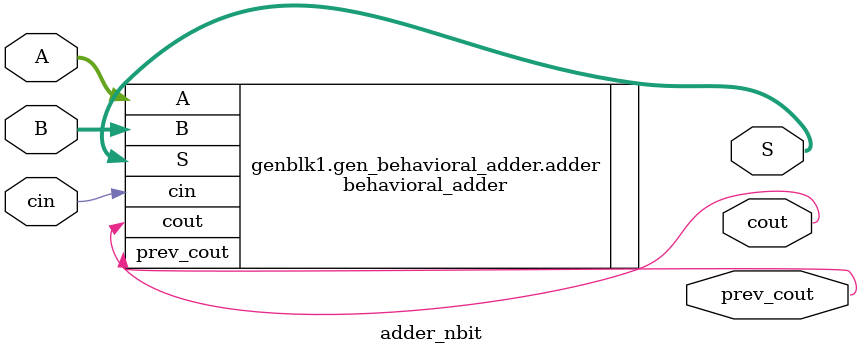
<source format=v>
module adder_nbit (
	A,
	B,
	cin,
	S,
	prev_cout,
	cout
);
	parameter signed [31:0] WIDTH = 8;
	parameter [0:0] BEHAVIORAL = 1'b1;
	parameter [0:0] RIPPLE_CARRY = 1'b0;
	input wire [WIDTH - 1:0] A;
	input wire [WIDTH - 1:0] B;
	input wire cin;
	output wire [WIDTH - 1:0] S;
	output wire prev_cout;
	output wire cout;
	generate
		if (RIPPLE_CARRY) begin : get_ripple_carry_adder
			ripple_carry_adder #(.WIDTH(WIDTH)) adder(
				.A(A),
				.B(B),
				.cin(cin),
				.S(S),
				.prev_cout(prev_cout),
				.cout(cout)
			);
		end
		else if (BEHAVIORAL) begin : gen_behavioral_adder
			behavioral_adder #(.WIDTH(WIDTH)) adder(
				.A(A),
				.B(B),
				.cin(cin),
				.S(S),
				.prev_cout(prev_cout),
				.cout(cout)
			);
		end
		else begin : gen_default_adder
			behavioral_adder #(.WIDTH(WIDTH)) adder(
				.A(A),
				.B(B),
				.cin(cin),
				.S(S),
				.prev_cout(prev_cout),
				.cout(cout)
			);
		end
	endgenerate
endmodule

</source>
